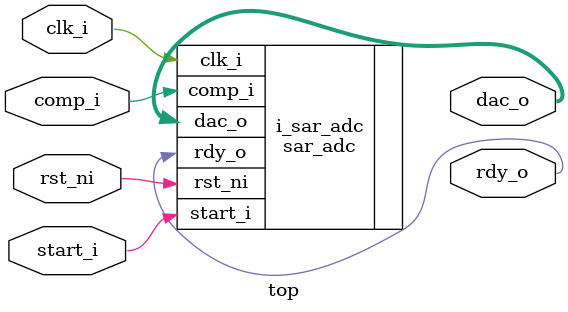
<source format=v>
module top (
    input wire clk_i,                 // Clock input
    input wire start_i,               // Start conversion signal
    input wire rst_ni,               // Asynchronous reset
    input wire comp_i,      // Input from external analog comparator
    output wire rdy_o,              // Conversion complete signal
    output wire [15:0] dac_o      // Output to external R-2R ladder DAC
);

sar_adc #(
    .RESOLUTION(16)
) i_sar_adc (
    .clk_i(clk_i),
    .start_i(start_i),
    .rst_ni(rst_ni),
    .comp_i(comp_i),
    .rdy_o(rdy_o),
    .dac_o(dac_o)
);
    
endmodule
</source>
